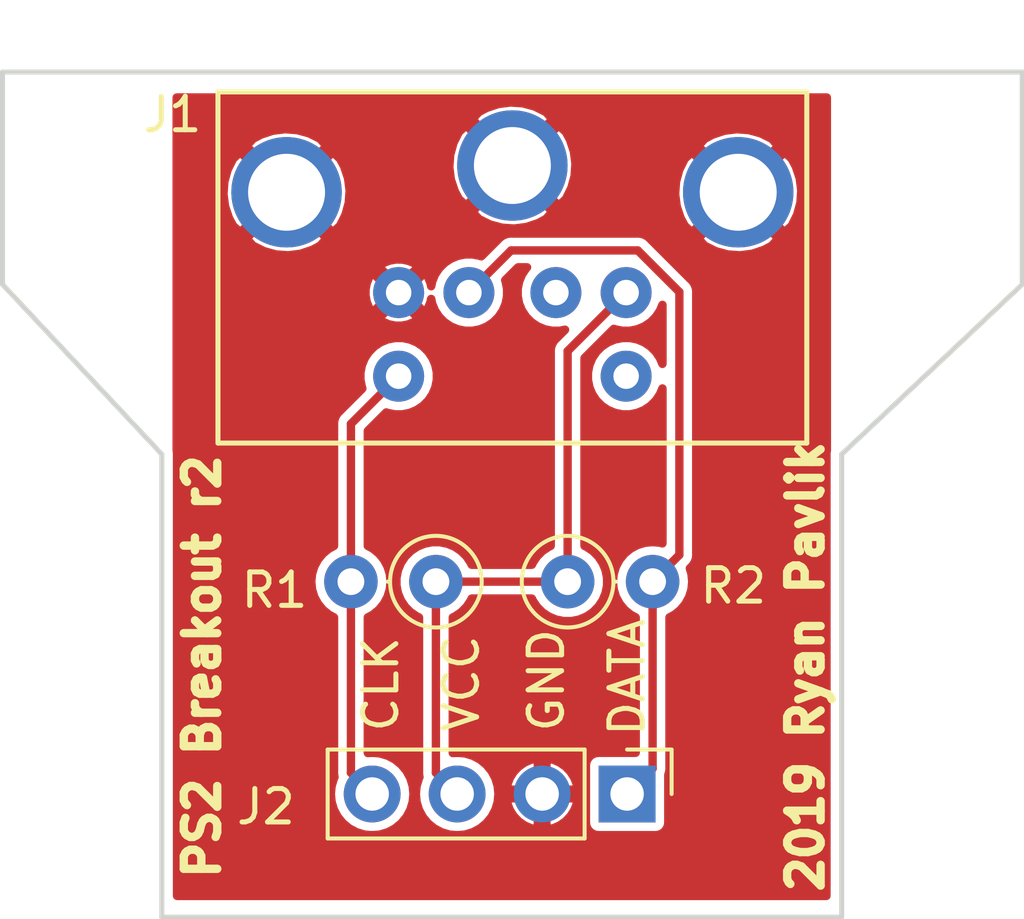
<source format=kicad_pcb>
(kicad_pcb (version 20171130) (host pcbnew 5.1.4+dfsg1-1~bpo10+1)

  (general
    (thickness 1.6)
    (drawings 14)
    (tracks 17)
    (zones 0)
    (modules 4)
    (nets 5)
  )

  (page USLetter)
  (title_block
    (title "PS/2 Breakout Board")
    (date 2017-07-17)
    (rev 1)
    (company "Ryan Pavlik")
  )

  (layers
    (0 F.Cu signal)
    (31 B.Cu signal)
    (33 F.Adhes user)
    (35 F.Paste user)
    (37 F.SilkS user)
    (39 F.Mask user)
    (40 Dwgs.User user)
    (41 Cmts.User user)
    (42 Eco1.User user)
    (43 Eco2.User user)
    (44 Edge.Cuts user)
    (45 Margin user)
    (46 B.CrtYd user)
    (47 F.CrtYd user)
    (49 F.Fab user)
  )

  (setup
    (last_trace_width 0.25)
    (trace_clearance 0.2)
    (zone_clearance 0.254)
    (zone_45_only no)
    (trace_min 0.11)
    (via_size 0.6)
    (via_drill 0.4)
    (via_min_size 0.4572)
    (via_min_drill 0.2032)
    (uvia_size 0.3)
    (uvia_drill 0.1)
    (uvias_allowed no)
    (uvia_min_size 0.0254)
    (uvia_min_drill 0.0254)
    (edge_width 0.15)
    (segment_width 0.2)
    (pcb_text_width 0.3)
    (pcb_text_size 1.5 1.5)
    (mod_edge_width 0.15)
    (mod_text_size 1 1)
    (mod_text_width 0.15)
    (pad_size 1.524 1.524)
    (pad_drill 0.762)
    (pad_to_mask_clearance 0.11)
    (solder_mask_min_width 0.11)
    (aux_axis_origin 0 0)
    (visible_elements 7FFFFF7F)
    (pcbplotparams
      (layerselection 0x010f0_80000001)
      (usegerberextensions false)
      (usegerberattributes false)
      (usegerberadvancedattributes false)
      (creategerberjobfile false)
      (excludeedgelayer true)
      (linewidth 0.100000)
      (plotframeref false)
      (viasonmask false)
      (mode 1)
      (useauxorigin false)
      (hpglpennumber 1)
      (hpglpenspeed 20)
      (hpglpendiameter 15.000000)
      (psnegative false)
      (psa4output false)
      (plotreference true)
      (plotvalue true)
      (plotinvisibletext false)
      (padsonsilk false)
      (subtractmaskfromsilk false)
      (outputformat 1)
      (mirror false)
      (drillshape 0)
      (scaleselection 1)
      (outputdirectory "ps2-breakout-gerbers"))
  )

  (net 0 "")
  (net 1 GND)
  (net 2 /CLK)
  (net 3 /DATA)
  (net 4 VCC)

  (net_class Default "This is the default net class."
    (clearance 0.2)
    (trace_width 0.25)
    (via_dia 0.6)
    (via_drill 0.4)
    (uvia_dia 0.3)
    (uvia_drill 0.1)
    (add_net /CLK)
    (add_net /DATA)
    (add_net GND)
    (add_net VCC)
  )

  (module PS2_mini_din_6:MINI-DIN-6-FULL-SHIELD (layer F.Cu) (tedit 5D93C412) (tstamp 596CDC85)
    (at 151.13 108.585)
    (path /596CD6A0)
    (fp_text reference J1 (at -10.16 3.175) (layer F.SilkS)
      (effects (font (size 1 1) (thickness 0.15)))
    )
    (fp_text value PS2-MINIDIN6-FEMALE (at 0.15 1.325) (layer F.Fab) hide
      (effects (font (size 1 1) (thickness 0.15)))
    )
    (fp_line (start -9 13.2) (end -9 0) (layer F.CrtYd) (width 0.15))
    (fp_line (start -9 0) (end 9.017 0) (layer F.CrtYd) (width 0.15))
    (fp_line (start 9.017 13.2) (end -9 13.2) (layer F.CrtYd) (width 0.15))
    (fp_line (start -8.8 2.5) (end 8.8 2.5) (layer F.SilkS) (width 0.15))
    (fp_line (start 8.8 2.5) (end 8.8 13) (layer F.SilkS) (width 0.15))
    (fp_line (start 8.8 13) (end -8.8 13) (layer F.SilkS) (width 0.15))
    (fp_line (start -8.8 13) (end -8.8 2.5) (layer F.SilkS) (width 0.15))
    (fp_line (start 9.017 0) (end 9.017 13.2) (layer F.CrtYd) (width 0.15))
    (pad 7 thru_hole circle (at 0 4.7) (size 3.3 3.3) (drill 2.3) (layers *.Cu *.Mask)
      (net 1 GND))
    (pad 1 thru_hole circle (at -1.3 8.5) (size 1.524 1.524) (drill 0.762) (layers *.Cu *.Mask)
      (net 3 /DATA))
    (pad 2 thru_hole circle (at 1.3 8.5) (size 1.524 1.524) (drill 0.762) (layers *.Cu *.Mask))
    (pad 5 thru_hole circle (at -3.4 11) (size 1.524 1.524) (drill 0.762) (layers *.Cu *.Mask)
      (net 2 /CLK))
    (pad 3 thru_hole circle (at -3.4 8.5) (size 1.524 1.524) (drill 0.762) (layers *.Cu *.Mask)
      (net 1 GND))
    (pad 6 thru_hole circle (at 3.4 11) (size 1.524 1.524) (drill 0.762) (layers *.Cu *.Mask))
    (pad 4 thru_hole circle (at 3.4 8.5) (size 1.524 1.524) (drill 0.762) (layers *.Cu *.Mask)
      (net 4 VCC))
    (pad 7 thru_hole circle (at 6.75 5.5) (size 3.3 3.3) (drill 2.3) (layers *.Cu *.Mask)
      (net 1 GND))
    (pad 7 thru_hole circle (at -6.75 5.5) (size 3.3 3.3) (drill 2.3) (layers *.Cu *.Mask)
      (net 1 GND))
  )

  (module Connector_PinHeader_2.54mm:PinHeader_1x04_P2.54mm_Vertical (layer F.Cu) (tedit 59FED5CC) (tstamp 5D94140B)
    (at 154.559 132.08 270)
    (descr "Through hole straight pin header, 1x04, 2.54mm pitch, single row")
    (tags "Through hole pin header THT 1x04 2.54mm single row")
    (path /5D9CAEBD)
    (fp_text reference J2 (at 0.381 10.795 180) (layer F.SilkS)
      (effects (font (size 1 1) (thickness 0.15)))
    )
    (fp_text value "pin header" (at 2.159 3.429 180) (layer F.Fab)
      (effects (font (size 1 1) (thickness 0.15)))
    )
    (fp_line (start -0.635 -1.27) (end 1.27 -1.27) (layer F.Fab) (width 0.1))
    (fp_line (start 1.27 -1.27) (end 1.27 8.89) (layer F.Fab) (width 0.1))
    (fp_line (start 1.27 8.89) (end -1.27 8.89) (layer F.Fab) (width 0.1))
    (fp_line (start -1.27 8.89) (end -1.27 -0.635) (layer F.Fab) (width 0.1))
    (fp_line (start -1.27 -0.635) (end -0.635 -1.27) (layer F.Fab) (width 0.1))
    (fp_line (start -1.33 8.95) (end 1.33 8.95) (layer F.SilkS) (width 0.12))
    (fp_line (start -1.33 1.27) (end -1.33 8.95) (layer F.SilkS) (width 0.12))
    (fp_line (start 1.33 1.27) (end 1.33 8.95) (layer F.SilkS) (width 0.12))
    (fp_line (start -1.33 1.27) (end 1.33 1.27) (layer F.SilkS) (width 0.12))
    (fp_line (start -1.33 0) (end -1.33 -1.33) (layer F.SilkS) (width 0.12))
    (fp_line (start -1.33 -1.33) (end 0 -1.33) (layer F.SilkS) (width 0.12))
    (fp_line (start -1.8 -1.8) (end -1.8 9.4) (layer F.CrtYd) (width 0.05))
    (fp_line (start -1.8 9.4) (end 1.8 9.4) (layer F.CrtYd) (width 0.05))
    (fp_line (start 1.8 9.4) (end 1.8 -1.8) (layer F.CrtYd) (width 0.05))
    (fp_line (start 1.8 -1.8) (end -1.8 -1.8) (layer F.CrtYd) (width 0.05))
    (fp_text user %R (at 0.381 10.795) (layer F.Fab)
      (effects (font (size 1 1) (thickness 0.15)))
    )
    (pad 1 thru_hole rect (at 0 0 270) (size 1.7 1.7) (drill 1) (layers *.Cu *.Mask)
      (net 3 /DATA))
    (pad 2 thru_hole oval (at 0 2.54 270) (size 1.7 1.7) (drill 1) (layers *.Cu *.Mask)
      (net 1 GND))
    (pad 3 thru_hole oval (at 0 5.08 270) (size 1.7 1.7) (drill 1) (layers *.Cu *.Mask)
      (net 4 VCC))
    (pad 4 thru_hole oval (at 0 7.62 270) (size 1.7 1.7) (drill 1) (layers *.Cu *.Mask)
      (net 2 /CLK))
    (model ${KISYS3DMOD}/Connector_PinHeader_2.54mm.3dshapes/PinHeader_1x04_P2.54mm_Vertical.wrl
      (at (xyz 0 0 0))
      (scale (xyz 1 1 1))
      (rotate (xyz 0 0 0))
    )
  )

  (module Resistor_THT:R_Axial_DIN0207_L6.3mm_D2.5mm_P2.54mm_Vertical (layer F.Cu) (tedit 5AE5139B) (tstamp 596CDC9B)
    (at 148.844 125.73 180)
    (descr "Resistor, Axial_DIN0207 series, Axial, Vertical, pin pitch=2.54mm, 0.25W = 1/4W, length*diameter=6.3*2.5mm^2, http://cdn-reichelt.de/documents/datenblatt/B400/1_4W%23YAG.pdf")
    (tags "Resistor Axial_DIN0207 series Axial Vertical pin pitch 2.54mm 0.25W = 1/4W length 6.3mm diameter 2.5mm")
    (path /596CDA3E)
    (fp_text reference R1 (at 4.826 -0.254 180) (layer F.SilkS)
      (effects (font (size 1 1) (thickness 0.15)))
    )
    (fp_text value 10K (at 1.27 -1.905 180) (layer F.Fab) hide
      (effects (font (size 1 1) (thickness 0.15)))
    )
    (fp_text user %R (at 4.826 -0.254) (layer F.Fab)
      (effects (font (size 1 1) (thickness 0.15)))
    )
    (fp_line (start 3.59 -1.5) (end -1.5 -1.5) (layer F.CrtYd) (width 0.05))
    (fp_line (start 3.59 1.5) (end 3.59 -1.5) (layer F.CrtYd) (width 0.05))
    (fp_line (start -1.5 1.5) (end 3.59 1.5) (layer F.CrtYd) (width 0.05))
    (fp_line (start -1.5 -1.5) (end -1.5 1.5) (layer F.CrtYd) (width 0.05))
    (fp_line (start 1.37 0) (end 1.44 0) (layer F.SilkS) (width 0.12))
    (fp_line (start 0 0) (end 2.54 0) (layer F.Fab) (width 0.1))
    (fp_circle (center 0 0) (end 1.37 0) (layer F.SilkS) (width 0.12))
    (fp_circle (center 0 0) (end 1.25 0) (layer F.Fab) (width 0.1))
    (pad 2 thru_hole oval (at 2.54 0 180) (size 1.6 1.6) (drill 0.8) (layers *.Cu *.Mask)
      (net 2 /CLK))
    (pad 1 thru_hole circle (at 0 0 180) (size 1.6 1.6) (drill 0.8) (layers *.Cu *.Mask)
      (net 4 VCC))
    (model ${KISYS3DMOD}/Resistor_THT.3dshapes/R_Axial_DIN0207_L6.3mm_D2.5mm_P2.54mm_Vertical.wrl
      (at (xyz 0 0 0))
      (scale (xyz 1 1 1))
      (rotate (xyz 0 0 0))
    )
  )

  (module Resistor_THT:R_Axial_DIN0207_L6.3mm_D2.5mm_P2.54mm_Vertical (layer F.Cu) (tedit 5AE5139B) (tstamp 5D940F26)
    (at 152.781 125.73)
    (descr "Resistor, Axial_DIN0207 series, Axial, Vertical, pin pitch=2.54mm, 0.25W = 1/4W, length*diameter=6.3*2.5mm^2, http://cdn-reichelt.de/documents/datenblatt/B400/1_4W%23YAG.pdf")
    (tags "Resistor Axial_DIN0207 series Axial Vertical pin pitch 2.54mm 0.25W = 1/4W length 6.3mm diameter 2.5mm")
    (path /596CD937)
    (fp_text reference R2 (at 4.953 0.127) (layer F.SilkS)
      (effects (font (size 1 1) (thickness 0.15)))
    )
    (fp_text value 10K (at 1.27 2.31 180) (layer F.Fab) hide
      (effects (font (size 1 1) (thickness 0.15)))
    )
    (fp_text user %R (at 4.953 0.127) (layer F.Fab)
      (effects (font (size 1 1) (thickness 0.15)))
    )
    (fp_line (start 3.59 -1.5) (end -1.5 -1.5) (layer F.CrtYd) (width 0.05))
    (fp_line (start 3.59 1.5) (end 3.59 -1.5) (layer F.CrtYd) (width 0.05))
    (fp_line (start -1.5 1.5) (end 3.59 1.5) (layer F.CrtYd) (width 0.05))
    (fp_line (start -1.5 -1.5) (end -1.5 1.5) (layer F.CrtYd) (width 0.05))
    (fp_line (start 1.37 0) (end 1.44 0) (layer F.SilkS) (width 0.12))
    (fp_line (start 0 0) (end 2.54 0) (layer F.Fab) (width 0.1))
    (fp_circle (center 0 0) (end 1.37 0) (layer F.SilkS) (width 0.12))
    (fp_circle (center 0 0) (end 1.25 0) (layer F.Fab) (width 0.1))
    (pad 2 thru_hole oval (at 2.54 0) (size 1.6 1.6) (drill 0.8) (layers *.Cu *.Mask)
      (net 3 /DATA))
    (pad 1 thru_hole circle (at 0 0) (size 1.6 1.6) (drill 0.8) (layers *.Cu *.Mask)
      (net 4 VCC))
    (model ${KISYS3DMOD}/Resistor_THT.3dshapes/R_Axial_DIN0207_L6.3mm_D2.5mm_P2.54mm_Vertical.wrl
      (at (xyz 0 0 0))
      (scale (xyz 1 1 1))
      (rotate (xyz 0 0 0))
    )
  )

  (gr_line (start 140.6525 121.92) (end 140.6525 135.763) (layer Edge.Cuts) (width 0.15))
  (gr_line (start 135.89 116.84) (end 140.6525 121.92) (layer Edge.Cuts) (width 0.15))
  (gr_line (start 160.9725 121.92) (end 160.9725 135.763) (layer Edge.Cuts) (width 0.15))
  (gr_line (start 166.37 116.84) (end 160.9725 121.92) (layer Edge.Cuts) (width 0.15))
  (gr_text "2019 Ryan Pavlik" (at 159.893 128.27 90) (layer F.SilkS) (tstamp 596D00D3)
    (effects (font (size 1 1) (thickness 0.25)))
  )
  (gr_line (start 166.37 116.84) (end 166.37 110.49) (layer Edge.Cuts) (width 0.15))
  (gr_line (start 140.6525 135.763) (end 160.9725 135.763) (layer Edge.Cuts) (width 0.15))
  (gr_line (start 135.89 110.49) (end 135.89 116.84) (layer Edge.Cuts) (width 0.15))
  (gr_line (start 166.37 110.49) (end 135.89 110.49) (layer Edge.Cuts) (width 0.15))
  (gr_text "PS2 Breakout r2" (at 141.859 128.27 90) (layer F.SilkS)
    (effects (font (size 1 1) (thickness 0.25)))
  )
  (gr_text DATA (at 154.559 130.429 90) (layer F.SilkS) (tstamp 596CE29B)
    (effects (font (size 1 1) (thickness 0.15)) (justify left))
  )
  (gr_text GND (at 152.146 130.302 90) (layer F.SilkS) (tstamp 596CE296)
    (effects (font (size 1 1) (thickness 0.15)) (justify left))
  )
  (gr_text VCC (at 149.606 130.302 90) (layer F.SilkS) (tstamp 596CE290)
    (effects (font (size 1 1) (thickness 0.15)) (justify left))
  )
  (gr_text CLK (at 147.193 130.302 90) (layer F.SilkS) (tstamp 596CE0A3)
    (effects (font (size 1 1) (thickness 0.15)) (justify left))
  )

  (segment (start 152.43 117.445) (end 152.43 117.085) (width 0.25) (layer F.Cu) (net 0) (status 30))
  (segment (start 147.73 119.585) (end 146.304 121.011) (width 0.25) (layer F.Cu) (net 2) (status 10))
  (segment (start 146.304 125.73) (end 146.304 121.011) (width 0.25) (layer F.Cu) (net 2) (status 10))
  (segment (start 146.304 131.445) (end 146.939 132.08) (width 0.25) (layer F.Cu) (net 2) (status 20))
  (segment (start 146.304 125.73) (end 146.304 131.445) (width 0.25) (layer F.Cu) (net 2) (status 10))
  (segment (start 155.321 131.318) (end 154.559 132.08) (width 0.25) (layer F.Cu) (net 3) (status 30))
  (segment (start 155.321 125.73) (end 155.321 131.318) (width 0.25) (layer F.Cu) (net 3) (status 30))
  (segment (start 149.83 117.085) (end 151.091 115.824) (width 0.25) (layer F.Cu) (net 3))
  (segment (start 156.120999 117.067237) (end 156.120999 124.930001) (width 0.25) (layer F.Cu) (net 3))
  (segment (start 154.877762 115.824) (end 156.120999 117.067237) (width 0.25) (layer F.Cu) (net 3))
  (segment (start 156.120999 124.930001) (end 155.321 125.73) (width 0.25) (layer F.Cu) (net 3))
  (segment (start 151.091 115.824) (end 154.877762 115.824) (width 0.25) (layer F.Cu) (net 3))
  (segment (start 154.53 117.085) (end 152.781 118.834) (width 0.25) (layer F.Cu) (net 4) (status 10))
  (segment (start 152.781 125.73) (end 148.844 125.73) (width 0.25) (layer F.Cu) (net 4) (status 30))
  (segment (start 152.781 118.834) (end 152.781 125.73) (width 0.25) (layer F.Cu) (net 4) (status 20))
  (segment (start 148.844 131.445) (end 149.479 132.08) (width 0.25) (layer F.Cu) (net 4) (status 20))
  (segment (start 148.844 125.73) (end 148.844 131.445) (width 0.25) (layer F.Cu) (net 4) (status 10))

  (zone (net 1) (net_name GND) (layer F.Cu) (tstamp 5D9416FC) (hatch edge 0.508)
    (connect_pads (clearance 0.254))
    (min_thickness 0.254)
    (fill yes (arc_segments 16) (thermal_gap 0.1016) (thermal_bridge_width 0.508))
    (polygon
      (pts
        (xy 160.655 111.125) (xy 160.655 135.255) (xy 140.97 135.255) (xy 140.97 111.125)
      )
    )
    (filled_polygon
      (pts
        (xy 160.528 121.811138) (xy 160.526013 121.817039) (xy 160.525122 121.823938) (xy 160.523098 121.830609) (xy 160.519371 121.868446)
        (xy 160.514504 121.906122) (xy 160.5165 121.935479) (xy 160.516501 135.128) (xy 141.1085 135.128) (xy 141.1085 125.73)
        (xy 145.117286 125.73) (xy 145.140088 125.961516) (xy 145.207619 126.184136) (xy 145.317283 126.389303) (xy 145.464866 126.569134)
        (xy 145.644697 126.716717) (xy 145.798 126.798659) (xy 145.798001 131.420144) (xy 145.795553 131.445) (xy 145.805322 131.544192)
        (xy 145.814104 131.573144) (xy 145.796202 131.606637) (xy 145.725812 131.838682) (xy 145.702044 132.08) (xy 145.725812 132.321318)
        (xy 145.796202 132.553363) (xy 145.910509 132.767216) (xy 146.06434 132.95466) (xy 146.251784 133.108491) (xy 146.465637 133.222798)
        (xy 146.697682 133.293188) (xy 146.878528 133.311) (xy 146.999472 133.311) (xy 147.180318 133.293188) (xy 147.412363 133.222798)
        (xy 147.626216 133.108491) (xy 147.81366 132.95466) (xy 147.967491 132.767216) (xy 148.081798 132.553363) (xy 148.152188 132.321318)
        (xy 148.175956 132.08) (xy 148.152188 131.838682) (xy 148.081798 131.606637) (xy 147.967491 131.392784) (xy 147.81366 131.20534)
        (xy 147.626216 131.051509) (xy 147.412363 130.937202) (xy 147.180318 130.866812) (xy 146.999472 130.849) (xy 146.878528 130.849)
        (xy 146.81 130.85575) (xy 146.81 126.798659) (xy 146.963303 126.716717) (xy 147.143134 126.569134) (xy 147.290717 126.389303)
        (xy 147.400381 126.184136) (xy 147.467912 125.961516) (xy 147.490714 125.73) (xy 147.479258 125.613682) (xy 147.663 125.613682)
        (xy 147.663 125.846318) (xy 147.708386 126.074485) (xy 147.797412 126.289413) (xy 147.926658 126.482843) (xy 148.091157 126.647342)
        (xy 148.284587 126.776588) (xy 148.338 126.798712) (xy 148.338001 131.420144) (xy 148.335553 131.445) (xy 148.345322 131.544192)
        (xy 148.354104 131.573144) (xy 148.336202 131.606637) (xy 148.265812 131.838682) (xy 148.242044 132.08) (xy 148.265812 132.321318)
        (xy 148.336202 132.553363) (xy 148.450509 132.767216) (xy 148.60434 132.95466) (xy 148.791784 133.108491) (xy 149.005637 133.222798)
        (xy 149.237682 133.293188) (xy 149.418528 133.311) (xy 149.539472 133.311) (xy 149.720318 133.293188) (xy 149.952363 133.222798)
        (xy 150.166216 133.108491) (xy 150.35366 132.95466) (xy 150.507491 132.767216) (xy 150.621798 132.553363) (xy 150.676512 132.372994)
        (xy 150.98095 132.372994) (xy 151.058056 132.569878) (xy 151.172091 132.747936) (xy 151.318672 132.900326) (xy 151.492166 133.021191)
        (xy 151.685906 133.105886) (xy 151.726007 133.118043) (xy 151.892 133.093524) (xy 151.892 132.207) (xy 152.146 132.207)
        (xy 152.146 133.093524) (xy 152.311993 133.118043) (xy 152.352094 133.105886) (xy 152.545834 133.021191) (xy 152.719328 132.900326)
        (xy 152.865909 132.747936) (xy 152.979944 132.569878) (xy 153.05705 132.372994) (xy 153.032954 132.207) (xy 152.146 132.207)
        (xy 151.892 132.207) (xy 151.005046 132.207) (xy 150.98095 132.372994) (xy 150.676512 132.372994) (xy 150.692188 132.321318)
        (xy 150.715956 132.08) (xy 150.692188 131.838682) (xy 150.676513 131.787006) (xy 150.98095 131.787006) (xy 151.005046 131.953)
        (xy 151.892 131.953) (xy 151.892 131.066476) (xy 152.146 131.066476) (xy 152.146 131.953) (xy 153.032954 131.953)
        (xy 153.05705 131.787006) (xy 152.979944 131.590122) (xy 152.865909 131.412064) (xy 152.719328 131.259674) (xy 152.545834 131.138809)
        (xy 152.352094 131.054114) (xy 152.311993 131.041957) (xy 152.146 131.066476) (xy 151.892 131.066476) (xy 151.726007 131.041957)
        (xy 151.685906 131.054114) (xy 151.492166 131.138809) (xy 151.318672 131.259674) (xy 151.172091 131.412064) (xy 151.058056 131.590122)
        (xy 150.98095 131.787006) (xy 150.676513 131.787006) (xy 150.621798 131.606637) (xy 150.507491 131.392784) (xy 150.35366 131.20534)
        (xy 150.166216 131.051509) (xy 149.952363 130.937202) (xy 149.720318 130.866812) (xy 149.539472 130.849) (xy 149.418528 130.849)
        (xy 149.35 130.85575) (xy 149.35 126.798712) (xy 149.403413 126.776588) (xy 149.596843 126.647342) (xy 149.761342 126.482843)
        (xy 149.890588 126.289413) (xy 149.912712 126.236) (xy 151.712288 126.236) (xy 151.734412 126.289413) (xy 151.863658 126.482843)
        (xy 152.028157 126.647342) (xy 152.221587 126.776588) (xy 152.436515 126.865614) (xy 152.664682 126.911) (xy 152.897318 126.911)
        (xy 153.125485 126.865614) (xy 153.340413 126.776588) (xy 153.533843 126.647342) (xy 153.698342 126.482843) (xy 153.827588 126.289413)
        (xy 153.916614 126.074485) (xy 153.962 125.846318) (xy 153.962 125.613682) (xy 153.916614 125.385515) (xy 153.827588 125.170587)
        (xy 153.698342 124.977157) (xy 153.533843 124.812658) (xy 153.340413 124.683412) (xy 153.287 124.661288) (xy 153.287 119.043591)
        (xy 154.161185 118.169406) (xy 154.196599 118.184075) (xy 154.417424 118.228) (xy 154.642576 118.228) (xy 154.863401 118.184075)
        (xy 155.071413 118.097913) (xy 155.25862 117.972826) (xy 155.417826 117.81362) (xy 155.542913 117.626413) (xy 155.614999 117.452383)
        (xy 155.614999 119.217617) (xy 155.542913 119.043587) (xy 155.417826 118.85638) (xy 155.25862 118.697174) (xy 155.071413 118.572087)
        (xy 154.863401 118.485925) (xy 154.642576 118.442) (xy 154.417424 118.442) (xy 154.196599 118.485925) (xy 153.988587 118.572087)
        (xy 153.80138 118.697174) (xy 153.642174 118.85638) (xy 153.517087 119.043587) (xy 153.430925 119.251599) (xy 153.387 119.472424)
        (xy 153.387 119.697576) (xy 153.430925 119.918401) (xy 153.517087 120.126413) (xy 153.642174 120.31362) (xy 153.80138 120.472826)
        (xy 153.988587 120.597913) (xy 154.196599 120.684075) (xy 154.417424 120.728) (xy 154.642576 120.728) (xy 154.863401 120.684075)
        (xy 155.071413 120.597913) (xy 155.25862 120.472826) (xy 155.417826 120.31362) (xy 155.542913 120.126413) (xy 155.614999 119.952382)
        (xy 155.615 124.585042) (xy 155.552516 124.566088) (xy 155.379016 124.549) (xy 155.262984 124.549) (xy 155.089484 124.566088)
        (xy 154.866864 124.633619) (xy 154.661697 124.743283) (xy 154.481866 124.890866) (xy 154.334283 125.070697) (xy 154.224619 125.275864)
        (xy 154.157088 125.498484) (xy 154.134286 125.73) (xy 154.157088 125.961516) (xy 154.224619 126.184136) (xy 154.334283 126.389303)
        (xy 154.481866 126.569134) (xy 154.661697 126.716717) (xy 154.815 126.798659) (xy 154.815001 130.847157) (xy 153.709 130.847157)
        (xy 153.634311 130.854513) (xy 153.562492 130.876299) (xy 153.496304 130.911678) (xy 153.438289 130.959289) (xy 153.390678 131.017304)
        (xy 153.355299 131.083492) (xy 153.333513 131.155311) (xy 153.326157 131.23) (xy 153.326157 132.93) (xy 153.333513 133.004689)
        (xy 153.355299 133.076508) (xy 153.390678 133.142696) (xy 153.438289 133.200711) (xy 153.496304 133.248322) (xy 153.562492 133.283701)
        (xy 153.634311 133.305487) (xy 153.709 133.312843) (xy 155.409 133.312843) (xy 155.483689 133.305487) (xy 155.555508 133.283701)
        (xy 155.621696 133.248322) (xy 155.679711 133.200711) (xy 155.727322 133.142696) (xy 155.762701 133.076508) (xy 155.784487 133.004689)
        (xy 155.791843 132.93) (xy 155.791843 131.508955) (xy 155.819678 131.417193) (xy 155.827 131.342854) (xy 155.829448 131.318)
        (xy 155.827 131.293146) (xy 155.827 126.798659) (xy 155.980303 126.716717) (xy 156.160134 126.569134) (xy 156.307717 126.389303)
        (xy 156.417381 126.184136) (xy 156.484912 125.961516) (xy 156.507714 125.73) (xy 156.484912 125.498484) (xy 156.434452 125.33214)
        (xy 156.461219 125.305373) (xy 156.480526 125.289528) (xy 156.543758 125.21248) (xy 156.590744 125.124576) (xy 156.619677 125.029194)
        (xy 156.626999 124.954855) (xy 156.626999 124.954848) (xy 156.629446 124.930002) (xy 156.626999 124.905156) (xy 156.626999 117.092091)
        (xy 156.629447 117.067237) (xy 156.619677 116.968044) (xy 156.590744 116.872662) (xy 156.554642 116.805121) (xy 156.543758 116.784758)
        (xy 156.480526 116.70771) (xy 156.461219 116.691865) (xy 155.253138 115.483785) (xy 155.238601 115.466071) (xy 156.678534 115.466071)
        (xy 156.875703 115.683362) (xy 157.206825 115.848579) (xy 157.563817 115.946022) (xy 157.932959 115.971947) (xy 158.300067 115.925358)
        (xy 158.651032 115.808045) (xy 158.884297 115.683362) (xy 159.081466 115.466071) (xy 157.88 114.264605) (xy 156.678534 115.466071)
        (xy 155.238601 115.466071) (xy 155.237289 115.464473) (xy 155.160241 115.401241) (xy 155.072337 115.354255) (xy 154.976955 115.325322)
        (xy 154.902616 115.318) (xy 154.902608 115.318) (xy 154.877762 115.315553) (xy 154.852916 115.318) (xy 151.115845 115.318)
        (xy 151.090999 115.315553) (xy 151.066153 115.318) (xy 151.066146 115.318) (xy 151.001694 115.324348) (xy 150.991806 115.325322)
        (xy 150.969607 115.332056) (xy 150.896425 115.354255) (xy 150.808521 115.401241) (xy 150.731473 115.464473) (xy 150.715628 115.48378)
        (xy 150.198815 116.000594) (xy 150.163401 115.985925) (xy 149.942576 115.942) (xy 149.717424 115.942) (xy 149.496599 115.985925)
        (xy 149.288587 116.072087) (xy 149.10138 116.197174) (xy 148.942174 116.35638) (xy 148.817087 116.543587) (xy 148.730925 116.751599)
        (xy 148.702312 116.895447) (xy 148.685236 116.805121) (xy 148.612279 116.624141) (xy 148.603357 116.60745) (xy 148.477135 116.51747)
        (xy 147.909605 117.085) (xy 148.477135 117.65253) (xy 148.603357 117.56255) (xy 148.679742 117.38299) (xy 148.702348 117.274733)
        (xy 148.730925 117.418401) (xy 148.817087 117.626413) (xy 148.942174 117.81362) (xy 149.10138 117.972826) (xy 149.288587 118.097913)
        (xy 149.496599 118.184075) (xy 149.717424 118.228) (xy 149.942576 118.228) (xy 150.163401 118.184075) (xy 150.371413 118.097913)
        (xy 150.55862 117.972826) (xy 150.717826 117.81362) (xy 150.842913 117.626413) (xy 150.929075 117.418401) (xy 150.973 117.197576)
        (xy 150.973 116.972424) (xy 150.929075 116.751599) (xy 150.914406 116.716185) (xy 151.300592 116.33) (xy 151.568554 116.33)
        (xy 151.542174 116.35638) (xy 151.417087 116.543587) (xy 151.330925 116.751599) (xy 151.287 116.972424) (xy 151.287 117.197576)
        (xy 151.330925 117.418401) (xy 151.417087 117.626413) (xy 151.542174 117.81362) (xy 151.70138 117.972826) (xy 151.888587 118.097913)
        (xy 152.096599 118.184075) (xy 152.317424 118.228) (xy 152.542576 118.228) (xy 152.703399 118.19601) (xy 152.440785 118.458624)
        (xy 152.421473 118.474473) (xy 152.358241 118.551521) (xy 152.311255 118.639426) (xy 152.282322 118.734808) (xy 152.275 118.809147)
        (xy 152.275 118.809154) (xy 152.272553 118.834) (xy 152.275 118.858846) (xy 152.275001 124.661287) (xy 152.221587 124.683412)
        (xy 152.028157 124.812658) (xy 151.863658 124.977157) (xy 151.734412 125.170587) (xy 151.712288 125.224) (xy 149.912712 125.224)
        (xy 149.890588 125.170587) (xy 149.761342 124.977157) (xy 149.596843 124.812658) (xy 149.403413 124.683412) (xy 149.188485 124.594386)
        (xy 148.960318 124.549) (xy 148.727682 124.549) (xy 148.499515 124.594386) (xy 148.284587 124.683412) (xy 148.091157 124.812658)
        (xy 147.926658 124.977157) (xy 147.797412 125.170587) (xy 147.708386 125.385515) (xy 147.663 125.613682) (xy 147.479258 125.613682)
        (xy 147.467912 125.498484) (xy 147.400381 125.275864) (xy 147.290717 125.070697) (xy 147.143134 124.890866) (xy 146.963303 124.743283)
        (xy 146.81 124.661341) (xy 146.81 121.220591) (xy 147.361185 120.669406) (xy 147.396599 120.684075) (xy 147.617424 120.728)
        (xy 147.842576 120.728) (xy 148.063401 120.684075) (xy 148.271413 120.597913) (xy 148.45862 120.472826) (xy 148.617826 120.31362)
        (xy 148.742913 120.126413) (xy 148.829075 119.918401) (xy 148.873 119.697576) (xy 148.873 119.472424) (xy 148.829075 119.251599)
        (xy 148.742913 119.043587) (xy 148.617826 118.85638) (xy 148.45862 118.697174) (xy 148.271413 118.572087) (xy 148.063401 118.485925)
        (xy 147.842576 118.442) (xy 147.617424 118.442) (xy 147.396599 118.485925) (xy 147.188587 118.572087) (xy 147.00138 118.697174)
        (xy 146.842174 118.85638) (xy 146.717087 119.043587) (xy 146.630925 119.251599) (xy 146.587 119.472424) (xy 146.587 119.697576)
        (xy 146.630925 119.918401) (xy 146.645594 119.953815) (xy 145.96378 120.635628) (xy 145.944474 120.651473) (xy 145.881242 120.728521)
        (xy 145.856127 120.775508) (xy 145.834255 120.816426) (xy 145.805322 120.911808) (xy 145.795553 121.011) (xy 145.798001 121.035856)
        (xy 145.798 124.661341) (xy 145.644697 124.743283) (xy 145.464866 124.890866) (xy 145.317283 125.070697) (xy 145.207619 125.275864)
        (xy 145.140088 125.498484) (xy 145.117286 125.73) (xy 141.1085 125.73) (xy 141.1085 121.949777) (xy 141.110468 121.934773)
        (xy 141.1085 121.904968) (xy 141.1085 121.897601) (xy 141.107024 121.882616) (xy 141.10455 121.845145) (xy 141.102629 121.837989)
        (xy 141.101902 121.830608) (xy 141.097 121.814449) (xy 141.097 117.832135) (xy 147.16247 117.832135) (xy 147.25245 117.958357)
        (xy 147.43201 118.034742) (xy 147.623021 118.074628) (xy 147.818144 118.076483) (xy 148.009879 118.040236) (xy 148.190859 117.967279)
        (xy 148.20755 117.958357) (xy 148.29753 117.832135) (xy 147.73 117.264605) (xy 147.16247 117.832135) (xy 141.097 117.832135)
        (xy 141.097 117.173144) (xy 146.738517 117.173144) (xy 146.774764 117.364879) (xy 146.847721 117.545859) (xy 146.856643 117.56255)
        (xy 146.982865 117.65253) (xy 147.550395 117.085) (xy 146.982865 116.51747) (xy 146.856643 116.60745) (xy 146.780258 116.78701)
        (xy 146.740372 116.978021) (xy 146.738517 117.173144) (xy 141.097 117.173144) (xy 141.097 116.337865) (xy 147.16247 116.337865)
        (xy 147.73 116.905395) (xy 148.29753 116.337865) (xy 148.20755 116.211643) (xy 148.02799 116.135258) (xy 147.836979 116.095372)
        (xy 147.641856 116.093517) (xy 147.450121 116.129764) (xy 147.269141 116.202721) (xy 147.25245 116.211643) (xy 147.16247 116.337865)
        (xy 141.097 116.337865) (xy 141.097 115.466071) (xy 143.178534 115.466071) (xy 143.375703 115.683362) (xy 143.706825 115.848579)
        (xy 144.063817 115.946022) (xy 144.432959 115.971947) (xy 144.800067 115.925358) (xy 145.151032 115.808045) (xy 145.384297 115.683362)
        (xy 145.581466 115.466071) (xy 144.38 114.264605) (xy 143.178534 115.466071) (xy 141.097 115.466071) (xy 141.097 114.137959)
        (xy 142.493053 114.137959) (xy 142.539642 114.505067) (xy 142.656955 114.856032) (xy 142.781638 115.089297) (xy 142.998929 115.286466)
        (xy 144.200395 114.085) (xy 144.559605 114.085) (xy 145.761071 115.286466) (xy 145.978362 115.089297) (xy 146.143579 114.758175)
        (xy 146.168719 114.666071) (xy 149.928534 114.666071) (xy 150.125703 114.883362) (xy 150.456825 115.048579) (xy 150.813817 115.146022)
        (xy 151.182959 115.171947) (xy 151.550067 115.125358) (xy 151.901032 115.008045) (xy 152.134297 114.883362) (xy 152.331466 114.666071)
        (xy 151.13 113.464605) (xy 149.928534 114.666071) (xy 146.168719 114.666071) (xy 146.241022 114.401183) (xy 146.266947 114.032041)
        (xy 146.220358 113.664933) (xy 146.111065 113.337959) (xy 149.243053 113.337959) (xy 149.289642 113.705067) (xy 149.406955 114.056032)
        (xy 149.531638 114.289297) (xy 149.748929 114.486466) (xy 150.950395 113.285) (xy 151.309605 113.285) (xy 152.511071 114.486466)
        (xy 152.728362 114.289297) (xy 152.803873 114.137959) (xy 155.993053 114.137959) (xy 156.039642 114.505067) (xy 156.156955 114.856032)
        (xy 156.281638 115.089297) (xy 156.498929 115.286466) (xy 157.700395 114.085) (xy 158.059605 114.085) (xy 159.261071 115.286466)
        (xy 159.478362 115.089297) (xy 159.643579 114.758175) (xy 159.741022 114.401183) (xy 159.766947 114.032041) (xy 159.720358 113.664933)
        (xy 159.603045 113.313968) (xy 159.478362 113.080703) (xy 159.261071 112.883534) (xy 158.059605 114.085) (xy 157.700395 114.085)
        (xy 156.498929 112.883534) (xy 156.281638 113.080703) (xy 156.116421 113.411825) (xy 156.018978 113.768817) (xy 155.993053 114.137959)
        (xy 152.803873 114.137959) (xy 152.893579 113.958175) (xy 152.991022 113.601183) (xy 153.016947 113.232041) (xy 152.970358 112.864933)
        (xy 152.916542 112.703929) (xy 156.678534 112.703929) (xy 157.88 113.905395) (xy 159.081466 112.703929) (xy 158.884297 112.486638)
        (xy 158.553175 112.321421) (xy 158.196183 112.223978) (xy 157.827041 112.198053) (xy 157.459933 112.244642) (xy 157.108968 112.361955)
        (xy 156.875703 112.486638) (xy 156.678534 112.703929) (xy 152.916542 112.703929) (xy 152.853045 112.513968) (xy 152.728362 112.280703)
        (xy 152.511071 112.083534) (xy 151.309605 113.285) (xy 150.950395 113.285) (xy 149.748929 112.083534) (xy 149.531638 112.280703)
        (xy 149.366421 112.611825) (xy 149.268978 112.968817) (xy 149.243053 113.337959) (xy 146.111065 113.337959) (xy 146.103045 113.313968)
        (xy 145.978362 113.080703) (xy 145.761071 112.883534) (xy 144.559605 114.085) (xy 144.200395 114.085) (xy 142.998929 112.883534)
        (xy 142.781638 113.080703) (xy 142.616421 113.411825) (xy 142.518978 113.768817) (xy 142.493053 114.137959) (xy 141.097 114.137959)
        (xy 141.097 112.703929) (xy 143.178534 112.703929) (xy 144.38 113.905395) (xy 145.581466 112.703929) (xy 145.384297 112.486638)
        (xy 145.053175 112.321421) (xy 144.696183 112.223978) (xy 144.327041 112.198053) (xy 143.959933 112.244642) (xy 143.608968 112.361955)
        (xy 143.375703 112.486638) (xy 143.178534 112.703929) (xy 141.097 112.703929) (xy 141.097 111.903929) (xy 149.928534 111.903929)
        (xy 151.13 113.105395) (xy 152.331466 111.903929) (xy 152.134297 111.686638) (xy 151.803175 111.521421) (xy 151.446183 111.423978)
        (xy 151.077041 111.398053) (xy 150.709933 111.444642) (xy 150.358968 111.561955) (xy 150.125703 111.686638) (xy 149.928534 111.903929)
        (xy 141.097 111.903929) (xy 141.097 111.252) (xy 160.528 111.252)
      )
    )
  )
)

</source>
